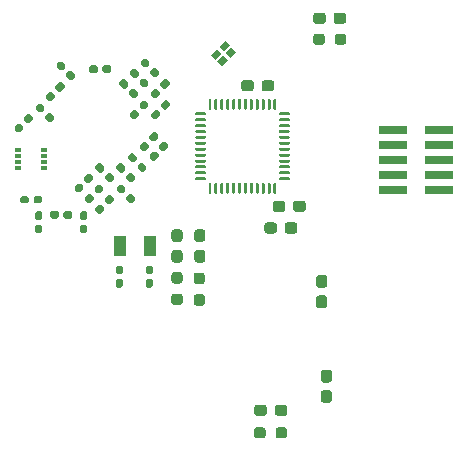
<source format=gbr>
%TF.GenerationSoftware,KiCad,Pcbnew,(5.1.9)-1*%
%TF.CreationDate,2021-11-09T16:48:14-06:00*%
%TF.ProjectId,zigbeeCape,7a696762-6565-4436-9170-652e6b696361,rev?*%
%TF.SameCoordinates,Original*%
%TF.FileFunction,Paste,Top*%
%TF.FilePolarity,Positive*%
%FSLAX46Y46*%
G04 Gerber Fmt 4.6, Leading zero omitted, Abs format (unit mm)*
G04 Created by KiCad (PCBNEW (5.1.9)-1) date 2021-11-09 16:48:14*
%MOMM*%
%LPD*%
G01*
G04 APERTURE LIST*
%ADD10R,2.400000X0.760000*%
%ADD11R,1.000000X1.800000*%
%ADD12C,0.100000*%
%ADD13R,0.600000X0.300000*%
G04 APERTURE END LIST*
D10*
%TO.C,J1*%
X54508400Y30835600D03*
X58408400Y30835600D03*
X54508400Y32105600D03*
X58408400Y32105600D03*
X54508400Y33375600D03*
X58408400Y33375600D03*
X54508400Y34645600D03*
X58408400Y34645600D03*
X54508400Y35915600D03*
X58408400Y35915600D03*
%TD*%
D11*
%TO.C,Y1*%
X33918400Y26060400D03*
X31418400Y26060400D03*
%TD*%
D12*
%TO.C,Y2*%
G36*
X40019514Y41303004D02*
G01*
X39630605Y41691913D01*
X40125580Y42186888D01*
X40514489Y41797979D01*
X40019514Y41303004D01*
G37*
G36*
X40832687Y42893995D02*
G01*
X41221596Y42505086D01*
X40726621Y42010111D01*
X40337712Y42399020D01*
X40832687Y42893995D01*
G37*
G36*
X40295286Y43431396D02*
G01*
X40684195Y43042487D01*
X40189220Y42547512D01*
X39800311Y42936421D01*
X40295286Y43431396D01*
G37*
G36*
X39482113Y41840405D02*
G01*
X39093204Y42229314D01*
X39588179Y42724289D01*
X39977088Y42335380D01*
X39482113Y41840405D01*
G37*
%TD*%
%TO.C,U1*%
G36*
G01*
X38593600Y37125000D02*
X37833600Y37125000D01*
G75*
G02*
X37763600Y37195000I0J70000D01*
G01*
X37763600Y37305000D01*
G75*
G02*
X37833600Y37375000I70000J0D01*
G01*
X38593600Y37375000D01*
G75*
G02*
X38663600Y37305000I0J-70000D01*
G01*
X38663600Y37195000D01*
G75*
G02*
X38593600Y37125000I-70000J0D01*
G01*
G37*
G36*
G01*
X38593600Y36625000D02*
X37833600Y36625000D01*
G75*
G02*
X37763600Y36695000I0J70000D01*
G01*
X37763600Y36805000D01*
G75*
G02*
X37833600Y36875000I70000J0D01*
G01*
X38593600Y36875000D01*
G75*
G02*
X38663600Y36805000I0J-70000D01*
G01*
X38663600Y36695000D01*
G75*
G02*
X38593600Y36625000I-70000J0D01*
G01*
G37*
G36*
G01*
X38593600Y36125000D02*
X37833600Y36125000D01*
G75*
G02*
X37763600Y36195000I0J70000D01*
G01*
X37763600Y36305000D01*
G75*
G02*
X37833600Y36375000I70000J0D01*
G01*
X38593600Y36375000D01*
G75*
G02*
X38663600Y36305000I0J-70000D01*
G01*
X38663600Y36195000D01*
G75*
G02*
X38593600Y36125000I-70000J0D01*
G01*
G37*
G36*
G01*
X38593600Y35625000D02*
X37833600Y35625000D01*
G75*
G02*
X37763600Y35695000I0J70000D01*
G01*
X37763600Y35805000D01*
G75*
G02*
X37833600Y35875000I70000J0D01*
G01*
X38593600Y35875000D01*
G75*
G02*
X38663600Y35805000I0J-70000D01*
G01*
X38663600Y35695000D01*
G75*
G02*
X38593600Y35625000I-70000J0D01*
G01*
G37*
G36*
G01*
X38593600Y35125000D02*
X37833600Y35125000D01*
G75*
G02*
X37763600Y35195000I0J70000D01*
G01*
X37763600Y35305000D01*
G75*
G02*
X37833600Y35375000I70000J0D01*
G01*
X38593600Y35375000D01*
G75*
G02*
X38663600Y35305000I0J-70000D01*
G01*
X38663600Y35195000D01*
G75*
G02*
X38593600Y35125000I-70000J0D01*
G01*
G37*
G36*
G01*
X38593600Y34625000D02*
X37833600Y34625000D01*
G75*
G02*
X37763600Y34695000I0J70000D01*
G01*
X37763600Y34805000D01*
G75*
G02*
X37833600Y34875000I70000J0D01*
G01*
X38593600Y34875000D01*
G75*
G02*
X38663600Y34805000I0J-70000D01*
G01*
X38663600Y34695000D01*
G75*
G02*
X38593600Y34625000I-70000J0D01*
G01*
G37*
G36*
G01*
X38593600Y34125000D02*
X37833600Y34125000D01*
G75*
G02*
X37763600Y34195000I0J70000D01*
G01*
X37763600Y34305000D01*
G75*
G02*
X37833600Y34375000I70000J0D01*
G01*
X38593600Y34375000D01*
G75*
G02*
X38663600Y34305000I0J-70000D01*
G01*
X38663600Y34195000D01*
G75*
G02*
X38593600Y34125000I-70000J0D01*
G01*
G37*
G36*
G01*
X38593600Y33625000D02*
X37833600Y33625000D01*
G75*
G02*
X37763600Y33695000I0J70000D01*
G01*
X37763600Y33805000D01*
G75*
G02*
X37833600Y33875000I70000J0D01*
G01*
X38593600Y33875000D01*
G75*
G02*
X38663600Y33805000I0J-70000D01*
G01*
X38663600Y33695000D01*
G75*
G02*
X38593600Y33625000I-70000J0D01*
G01*
G37*
G36*
G01*
X38593600Y33125000D02*
X37833600Y33125000D01*
G75*
G02*
X37763600Y33195000I0J70000D01*
G01*
X37763600Y33305000D01*
G75*
G02*
X37833600Y33375000I70000J0D01*
G01*
X38593600Y33375000D01*
G75*
G02*
X38663600Y33305000I0J-70000D01*
G01*
X38663600Y33195000D01*
G75*
G02*
X38593600Y33125000I-70000J0D01*
G01*
G37*
G36*
G01*
X38593600Y32625000D02*
X37833600Y32625000D01*
G75*
G02*
X37763600Y32695000I0J70000D01*
G01*
X37763600Y32805000D01*
G75*
G02*
X37833600Y32875000I70000J0D01*
G01*
X38593600Y32875000D01*
G75*
G02*
X38663600Y32805000I0J-70000D01*
G01*
X38663600Y32695000D01*
G75*
G02*
X38593600Y32625000I-70000J0D01*
G01*
G37*
G36*
G01*
X38593600Y32125000D02*
X37833600Y32125000D01*
G75*
G02*
X37763600Y32195000I0J70000D01*
G01*
X37763600Y32305000D01*
G75*
G02*
X37833600Y32375000I70000J0D01*
G01*
X38593600Y32375000D01*
G75*
G02*
X38663600Y32305000I0J-70000D01*
G01*
X38663600Y32195000D01*
G75*
G02*
X38593600Y32125000I-70000J0D01*
G01*
G37*
G36*
G01*
X38593600Y31625000D02*
X37833600Y31625000D01*
G75*
G02*
X37763600Y31695000I0J70000D01*
G01*
X37763600Y31805000D01*
G75*
G02*
X37833600Y31875000I70000J0D01*
G01*
X38593600Y31875000D01*
G75*
G02*
X38663600Y31805000I0J-70000D01*
G01*
X38663600Y31695000D01*
G75*
G02*
X38593600Y31625000I-70000J0D01*
G01*
G37*
G36*
G01*
X38888600Y30570000D02*
X38888600Y31330000D01*
G75*
G02*
X38958600Y31400000I70000J0D01*
G01*
X39068600Y31400000D01*
G75*
G02*
X39138600Y31330000I0J-70000D01*
G01*
X39138600Y30570000D01*
G75*
G02*
X39068600Y30500000I-70000J0D01*
G01*
X38958600Y30500000D01*
G75*
G02*
X38888600Y30570000I0J70000D01*
G01*
G37*
G36*
G01*
X39388600Y30570000D02*
X39388600Y31330000D01*
G75*
G02*
X39458600Y31400000I70000J0D01*
G01*
X39568600Y31400000D01*
G75*
G02*
X39638600Y31330000I0J-70000D01*
G01*
X39638600Y30570000D01*
G75*
G02*
X39568600Y30500000I-70000J0D01*
G01*
X39458600Y30500000D01*
G75*
G02*
X39388600Y30570000I0J70000D01*
G01*
G37*
G36*
G01*
X39888600Y30570000D02*
X39888600Y31330000D01*
G75*
G02*
X39958600Y31400000I70000J0D01*
G01*
X40068600Y31400000D01*
G75*
G02*
X40138600Y31330000I0J-70000D01*
G01*
X40138600Y30570000D01*
G75*
G02*
X40068600Y30500000I-70000J0D01*
G01*
X39958600Y30500000D01*
G75*
G02*
X39888600Y30570000I0J70000D01*
G01*
G37*
G36*
G01*
X40388600Y30570000D02*
X40388600Y31330000D01*
G75*
G02*
X40458600Y31400000I70000J0D01*
G01*
X40568600Y31400000D01*
G75*
G02*
X40638600Y31330000I0J-70000D01*
G01*
X40638600Y30570000D01*
G75*
G02*
X40568600Y30500000I-70000J0D01*
G01*
X40458600Y30500000D01*
G75*
G02*
X40388600Y30570000I0J70000D01*
G01*
G37*
G36*
G01*
X40888600Y30570000D02*
X40888600Y31330000D01*
G75*
G02*
X40958600Y31400000I70000J0D01*
G01*
X41068600Y31400000D01*
G75*
G02*
X41138600Y31330000I0J-70000D01*
G01*
X41138600Y30570000D01*
G75*
G02*
X41068600Y30500000I-70000J0D01*
G01*
X40958600Y30500000D01*
G75*
G02*
X40888600Y30570000I0J70000D01*
G01*
G37*
G36*
G01*
X41388600Y30570000D02*
X41388600Y31330000D01*
G75*
G02*
X41458600Y31400000I70000J0D01*
G01*
X41568600Y31400000D01*
G75*
G02*
X41638600Y31330000I0J-70000D01*
G01*
X41638600Y30570000D01*
G75*
G02*
X41568600Y30500000I-70000J0D01*
G01*
X41458600Y30500000D01*
G75*
G02*
X41388600Y30570000I0J70000D01*
G01*
G37*
G36*
G01*
X41888600Y30570000D02*
X41888600Y31330000D01*
G75*
G02*
X41958600Y31400000I70000J0D01*
G01*
X42068600Y31400000D01*
G75*
G02*
X42138600Y31330000I0J-70000D01*
G01*
X42138600Y30570000D01*
G75*
G02*
X42068600Y30500000I-70000J0D01*
G01*
X41958600Y30500000D01*
G75*
G02*
X41888600Y30570000I0J70000D01*
G01*
G37*
G36*
G01*
X42388600Y30570000D02*
X42388600Y31330000D01*
G75*
G02*
X42458600Y31400000I70000J0D01*
G01*
X42568600Y31400000D01*
G75*
G02*
X42638600Y31330000I0J-70000D01*
G01*
X42638600Y30570000D01*
G75*
G02*
X42568600Y30500000I-70000J0D01*
G01*
X42458600Y30500000D01*
G75*
G02*
X42388600Y30570000I0J70000D01*
G01*
G37*
G36*
G01*
X42888600Y30570000D02*
X42888600Y31330000D01*
G75*
G02*
X42958600Y31400000I70000J0D01*
G01*
X43068600Y31400000D01*
G75*
G02*
X43138600Y31330000I0J-70000D01*
G01*
X43138600Y30570000D01*
G75*
G02*
X43068600Y30500000I-70000J0D01*
G01*
X42958600Y30500000D01*
G75*
G02*
X42888600Y30570000I0J70000D01*
G01*
G37*
G36*
G01*
X43388600Y30570000D02*
X43388600Y31330000D01*
G75*
G02*
X43458600Y31400000I70000J0D01*
G01*
X43568600Y31400000D01*
G75*
G02*
X43638600Y31330000I0J-70000D01*
G01*
X43638600Y30570000D01*
G75*
G02*
X43568600Y30500000I-70000J0D01*
G01*
X43458600Y30500000D01*
G75*
G02*
X43388600Y30570000I0J70000D01*
G01*
G37*
G36*
G01*
X43888600Y30570000D02*
X43888600Y31330000D01*
G75*
G02*
X43958600Y31400000I70000J0D01*
G01*
X44068600Y31400000D01*
G75*
G02*
X44138600Y31330000I0J-70000D01*
G01*
X44138600Y30570000D01*
G75*
G02*
X44068600Y30500000I-70000J0D01*
G01*
X43958600Y30500000D01*
G75*
G02*
X43888600Y30570000I0J70000D01*
G01*
G37*
G36*
G01*
X44388600Y30570000D02*
X44388600Y31330000D01*
G75*
G02*
X44458600Y31400000I70000J0D01*
G01*
X44568600Y31400000D01*
G75*
G02*
X44638600Y31330000I0J-70000D01*
G01*
X44638600Y30570000D01*
G75*
G02*
X44568600Y30500000I-70000J0D01*
G01*
X44458600Y30500000D01*
G75*
G02*
X44388600Y30570000I0J70000D01*
G01*
G37*
G36*
G01*
X45693600Y31625000D02*
X44933600Y31625000D01*
G75*
G02*
X44863600Y31695000I0J70000D01*
G01*
X44863600Y31805000D01*
G75*
G02*
X44933600Y31875000I70000J0D01*
G01*
X45693600Y31875000D01*
G75*
G02*
X45763600Y31805000I0J-70000D01*
G01*
X45763600Y31695000D01*
G75*
G02*
X45693600Y31625000I-70000J0D01*
G01*
G37*
G36*
G01*
X45693600Y32125000D02*
X44933600Y32125000D01*
G75*
G02*
X44863600Y32195000I0J70000D01*
G01*
X44863600Y32305000D01*
G75*
G02*
X44933600Y32375000I70000J0D01*
G01*
X45693600Y32375000D01*
G75*
G02*
X45763600Y32305000I0J-70000D01*
G01*
X45763600Y32195000D01*
G75*
G02*
X45693600Y32125000I-70000J0D01*
G01*
G37*
G36*
G01*
X45693600Y32625000D02*
X44933600Y32625000D01*
G75*
G02*
X44863600Y32695000I0J70000D01*
G01*
X44863600Y32805000D01*
G75*
G02*
X44933600Y32875000I70000J0D01*
G01*
X45693600Y32875000D01*
G75*
G02*
X45763600Y32805000I0J-70000D01*
G01*
X45763600Y32695000D01*
G75*
G02*
X45693600Y32625000I-70000J0D01*
G01*
G37*
G36*
G01*
X45693600Y33125000D02*
X44933600Y33125000D01*
G75*
G02*
X44863600Y33195000I0J70000D01*
G01*
X44863600Y33305000D01*
G75*
G02*
X44933600Y33375000I70000J0D01*
G01*
X45693600Y33375000D01*
G75*
G02*
X45763600Y33305000I0J-70000D01*
G01*
X45763600Y33195000D01*
G75*
G02*
X45693600Y33125000I-70000J0D01*
G01*
G37*
G36*
G01*
X45693600Y33625000D02*
X44933600Y33625000D01*
G75*
G02*
X44863600Y33695000I0J70000D01*
G01*
X44863600Y33805000D01*
G75*
G02*
X44933600Y33875000I70000J0D01*
G01*
X45693600Y33875000D01*
G75*
G02*
X45763600Y33805000I0J-70000D01*
G01*
X45763600Y33695000D01*
G75*
G02*
X45693600Y33625000I-70000J0D01*
G01*
G37*
G36*
G01*
X45693600Y34125000D02*
X44933600Y34125000D01*
G75*
G02*
X44863600Y34195000I0J70000D01*
G01*
X44863600Y34305000D01*
G75*
G02*
X44933600Y34375000I70000J0D01*
G01*
X45693600Y34375000D01*
G75*
G02*
X45763600Y34305000I0J-70000D01*
G01*
X45763600Y34195000D01*
G75*
G02*
X45693600Y34125000I-70000J0D01*
G01*
G37*
G36*
G01*
X45693600Y34625000D02*
X44933600Y34625000D01*
G75*
G02*
X44863600Y34695000I0J70000D01*
G01*
X44863600Y34805000D01*
G75*
G02*
X44933600Y34875000I70000J0D01*
G01*
X45693600Y34875000D01*
G75*
G02*
X45763600Y34805000I0J-70000D01*
G01*
X45763600Y34695000D01*
G75*
G02*
X45693600Y34625000I-70000J0D01*
G01*
G37*
G36*
G01*
X45693600Y35125000D02*
X44933600Y35125000D01*
G75*
G02*
X44863600Y35195000I0J70000D01*
G01*
X44863600Y35305000D01*
G75*
G02*
X44933600Y35375000I70000J0D01*
G01*
X45693600Y35375000D01*
G75*
G02*
X45763600Y35305000I0J-70000D01*
G01*
X45763600Y35195000D01*
G75*
G02*
X45693600Y35125000I-70000J0D01*
G01*
G37*
G36*
G01*
X45693600Y35625000D02*
X44933600Y35625000D01*
G75*
G02*
X44863600Y35695000I0J70000D01*
G01*
X44863600Y35805000D01*
G75*
G02*
X44933600Y35875000I70000J0D01*
G01*
X45693600Y35875000D01*
G75*
G02*
X45763600Y35805000I0J-70000D01*
G01*
X45763600Y35695000D01*
G75*
G02*
X45693600Y35625000I-70000J0D01*
G01*
G37*
G36*
G01*
X45693600Y36125000D02*
X44933600Y36125000D01*
G75*
G02*
X44863600Y36195000I0J70000D01*
G01*
X44863600Y36305000D01*
G75*
G02*
X44933600Y36375000I70000J0D01*
G01*
X45693600Y36375000D01*
G75*
G02*
X45763600Y36305000I0J-70000D01*
G01*
X45763600Y36195000D01*
G75*
G02*
X45693600Y36125000I-70000J0D01*
G01*
G37*
G36*
G01*
X45693600Y36625000D02*
X44933600Y36625000D01*
G75*
G02*
X44863600Y36695000I0J70000D01*
G01*
X44863600Y36805000D01*
G75*
G02*
X44933600Y36875000I70000J0D01*
G01*
X45693600Y36875000D01*
G75*
G02*
X45763600Y36805000I0J-70000D01*
G01*
X45763600Y36695000D01*
G75*
G02*
X45693600Y36625000I-70000J0D01*
G01*
G37*
G36*
G01*
X45693600Y37125000D02*
X44933600Y37125000D01*
G75*
G02*
X44863600Y37195000I0J70000D01*
G01*
X44863600Y37305000D01*
G75*
G02*
X44933600Y37375000I70000J0D01*
G01*
X45693600Y37375000D01*
G75*
G02*
X45763600Y37305000I0J-70000D01*
G01*
X45763600Y37195000D01*
G75*
G02*
X45693600Y37125000I-70000J0D01*
G01*
G37*
G36*
G01*
X44388600Y37670000D02*
X44388600Y38430000D01*
G75*
G02*
X44458600Y38500000I70000J0D01*
G01*
X44568600Y38500000D01*
G75*
G02*
X44638600Y38430000I0J-70000D01*
G01*
X44638600Y37670000D01*
G75*
G02*
X44568600Y37600000I-70000J0D01*
G01*
X44458600Y37600000D01*
G75*
G02*
X44388600Y37670000I0J70000D01*
G01*
G37*
G36*
G01*
X43888600Y37670000D02*
X43888600Y38430000D01*
G75*
G02*
X43958600Y38500000I70000J0D01*
G01*
X44068600Y38500000D01*
G75*
G02*
X44138600Y38430000I0J-70000D01*
G01*
X44138600Y37670000D01*
G75*
G02*
X44068600Y37600000I-70000J0D01*
G01*
X43958600Y37600000D01*
G75*
G02*
X43888600Y37670000I0J70000D01*
G01*
G37*
G36*
G01*
X43388600Y37670000D02*
X43388600Y38430000D01*
G75*
G02*
X43458600Y38500000I70000J0D01*
G01*
X43568600Y38500000D01*
G75*
G02*
X43638600Y38430000I0J-70000D01*
G01*
X43638600Y37670000D01*
G75*
G02*
X43568600Y37600000I-70000J0D01*
G01*
X43458600Y37600000D01*
G75*
G02*
X43388600Y37670000I0J70000D01*
G01*
G37*
G36*
G01*
X42888600Y37670000D02*
X42888600Y38430000D01*
G75*
G02*
X42958600Y38500000I70000J0D01*
G01*
X43068600Y38500000D01*
G75*
G02*
X43138600Y38430000I0J-70000D01*
G01*
X43138600Y37670000D01*
G75*
G02*
X43068600Y37600000I-70000J0D01*
G01*
X42958600Y37600000D01*
G75*
G02*
X42888600Y37670000I0J70000D01*
G01*
G37*
G36*
G01*
X42388600Y37670000D02*
X42388600Y38430000D01*
G75*
G02*
X42458600Y38500000I70000J0D01*
G01*
X42568600Y38500000D01*
G75*
G02*
X42638600Y38430000I0J-70000D01*
G01*
X42638600Y37670000D01*
G75*
G02*
X42568600Y37600000I-70000J0D01*
G01*
X42458600Y37600000D01*
G75*
G02*
X42388600Y37670000I0J70000D01*
G01*
G37*
G36*
G01*
X41888600Y37670000D02*
X41888600Y38430000D01*
G75*
G02*
X41958600Y38500000I70000J0D01*
G01*
X42068600Y38500000D01*
G75*
G02*
X42138600Y38430000I0J-70000D01*
G01*
X42138600Y37670000D01*
G75*
G02*
X42068600Y37600000I-70000J0D01*
G01*
X41958600Y37600000D01*
G75*
G02*
X41888600Y37670000I0J70000D01*
G01*
G37*
G36*
G01*
X41388600Y37670000D02*
X41388600Y38430000D01*
G75*
G02*
X41458600Y38500000I70000J0D01*
G01*
X41568600Y38500000D01*
G75*
G02*
X41638600Y38430000I0J-70000D01*
G01*
X41638600Y37670000D01*
G75*
G02*
X41568600Y37600000I-70000J0D01*
G01*
X41458600Y37600000D01*
G75*
G02*
X41388600Y37670000I0J70000D01*
G01*
G37*
G36*
G01*
X40888600Y37670000D02*
X40888600Y38430000D01*
G75*
G02*
X40958600Y38500000I70000J0D01*
G01*
X41068600Y38500000D01*
G75*
G02*
X41138600Y38430000I0J-70000D01*
G01*
X41138600Y37670000D01*
G75*
G02*
X41068600Y37600000I-70000J0D01*
G01*
X40958600Y37600000D01*
G75*
G02*
X40888600Y37670000I0J70000D01*
G01*
G37*
G36*
G01*
X40388600Y37670000D02*
X40388600Y38430000D01*
G75*
G02*
X40458600Y38500000I70000J0D01*
G01*
X40568600Y38500000D01*
G75*
G02*
X40638600Y38430000I0J-70000D01*
G01*
X40638600Y37670000D01*
G75*
G02*
X40568600Y37600000I-70000J0D01*
G01*
X40458600Y37600000D01*
G75*
G02*
X40388600Y37670000I0J70000D01*
G01*
G37*
G36*
G01*
X39888600Y37670000D02*
X39888600Y38430000D01*
G75*
G02*
X39958600Y38500000I70000J0D01*
G01*
X40068600Y38500000D01*
G75*
G02*
X40138600Y38430000I0J-70000D01*
G01*
X40138600Y37670000D01*
G75*
G02*
X40068600Y37600000I-70000J0D01*
G01*
X39958600Y37600000D01*
G75*
G02*
X39888600Y37670000I0J70000D01*
G01*
G37*
G36*
G01*
X39388600Y37670000D02*
X39388600Y38430000D01*
G75*
G02*
X39458600Y38500000I70000J0D01*
G01*
X39568600Y38500000D01*
G75*
G02*
X39638600Y38430000I0J-70000D01*
G01*
X39638600Y37670000D01*
G75*
G02*
X39568600Y37600000I-70000J0D01*
G01*
X39458600Y37600000D01*
G75*
G02*
X39388600Y37670000I0J70000D01*
G01*
G37*
G36*
G01*
X38888600Y37670000D02*
X38888600Y38430000D01*
G75*
G02*
X38958600Y38500000I70000J0D01*
G01*
X39068600Y38500000D01*
G75*
G02*
X39138600Y38430000I0J-70000D01*
G01*
X39138600Y37670000D01*
G75*
G02*
X39068600Y37600000I-70000J0D01*
G01*
X38958600Y37600000D01*
G75*
G02*
X38888600Y37670000I0J70000D01*
G01*
G37*
%TD*%
%TO.C,C2*%
G36*
G01*
X48225700Y21874600D02*
X48700700Y21874600D01*
G75*
G02*
X48938200Y21637100I0J-237500D01*
G01*
X48938200Y21037100D01*
G75*
G02*
X48700700Y20799600I-237500J0D01*
G01*
X48225700Y20799600D01*
G75*
G02*
X47988200Y21037100I0J237500D01*
G01*
X47988200Y21637100D01*
G75*
G02*
X48225700Y21874600I237500J0D01*
G01*
G37*
G36*
G01*
X48225700Y23599600D02*
X48700700Y23599600D01*
G75*
G02*
X48938200Y23362100I0J-237500D01*
G01*
X48938200Y22762100D01*
G75*
G02*
X48700700Y22524600I-237500J0D01*
G01*
X48225700Y22524600D01*
G75*
G02*
X47988200Y22762100I0J237500D01*
G01*
X47988200Y23362100D01*
G75*
G02*
X48225700Y23599600I237500J0D01*
G01*
G37*
%TD*%
D13*
%TO.C,U2*%
X24976000Y32651000D03*
X24976000Y33151000D03*
X24976000Y33651000D03*
X24976000Y34151000D03*
X22776000Y34151000D03*
X22776000Y33651000D03*
X22776000Y33151000D03*
X22776000Y32651000D03*
%TD*%
%TO.C,C14*%
G36*
G01*
X33728600Y23269600D02*
X34038600Y23269600D01*
G75*
G02*
X34193600Y23114600I0J-155000D01*
G01*
X34193600Y22689600D01*
G75*
G02*
X34038600Y22534600I-155000J0D01*
G01*
X33728600Y22534600D01*
G75*
G02*
X33573600Y22689600I0J155000D01*
G01*
X33573600Y23114600D01*
G75*
G02*
X33728600Y23269600I155000J0D01*
G01*
G37*
G36*
G01*
X33728600Y24404600D02*
X34038600Y24404600D01*
G75*
G02*
X34193600Y24249600I0J-155000D01*
G01*
X34193600Y23824600D01*
G75*
G02*
X34038600Y23669600I-155000J0D01*
G01*
X33728600Y23669600D01*
G75*
G02*
X33573600Y23824600I0J155000D01*
G01*
X33573600Y24249600D01*
G75*
G02*
X33728600Y24404600I155000J0D01*
G01*
G37*
%TD*%
%TO.C,C12*%
G36*
G01*
X31188600Y23269600D02*
X31498600Y23269600D01*
G75*
G02*
X31653600Y23114600I0J-155000D01*
G01*
X31653600Y22689600D01*
G75*
G02*
X31498600Y22534600I-155000J0D01*
G01*
X31188600Y22534600D01*
G75*
G02*
X31033600Y22689600I0J155000D01*
G01*
X31033600Y23114600D01*
G75*
G02*
X31188600Y23269600I155000J0D01*
G01*
G37*
G36*
G01*
X31188600Y24404600D02*
X31498600Y24404600D01*
G75*
G02*
X31653600Y24249600I0J-155000D01*
G01*
X31653600Y23824600D01*
G75*
G02*
X31498600Y23669600I-155000J0D01*
G01*
X31188600Y23669600D01*
G75*
G02*
X31033600Y23824600I0J155000D01*
G01*
X31033600Y24249600D01*
G75*
G02*
X31188600Y24404600I155000J0D01*
G01*
G37*
%TD*%
%TO.C,C5*%
G36*
G01*
X41653000Y39386500D02*
X41653000Y39861500D01*
G75*
G02*
X41890500Y40099000I237500J0D01*
G01*
X42490500Y40099000D01*
G75*
G02*
X42728000Y39861500I0J-237500D01*
G01*
X42728000Y39386500D01*
G75*
G02*
X42490500Y39149000I-237500J0D01*
G01*
X41890500Y39149000D01*
G75*
G02*
X41653000Y39386500I0J237500D01*
G01*
G37*
G36*
G01*
X43378000Y39386500D02*
X43378000Y39861500D01*
G75*
G02*
X43615500Y40099000I237500J0D01*
G01*
X44215500Y40099000D01*
G75*
G02*
X44453000Y39861500I0J-237500D01*
G01*
X44453000Y39386500D01*
G75*
G02*
X44215500Y39149000I-237500J0D01*
G01*
X43615500Y39149000D01*
G75*
G02*
X43378000Y39386500I0J237500D01*
G01*
G37*
%TD*%
%TO.C,L12*%
G36*
G01*
X26226000Y28862000D02*
X26226000Y28542000D01*
G75*
G02*
X26066000Y28382000I-160000J0D01*
G01*
X25621000Y28382000D01*
G75*
G02*
X25461000Y28542000I0J160000D01*
G01*
X25461000Y28862000D01*
G75*
G02*
X25621000Y29022000I160000J0D01*
G01*
X26066000Y29022000D01*
G75*
G02*
X26226000Y28862000I0J-160000D01*
G01*
G37*
G36*
G01*
X27371000Y28862000D02*
X27371000Y28542000D01*
G75*
G02*
X27211000Y28382000I-160000J0D01*
G01*
X26766000Y28382000D01*
G75*
G02*
X26606000Y28542000I0J160000D01*
G01*
X26606000Y28862000D01*
G75*
G02*
X26766000Y29022000I160000J0D01*
G01*
X27211000Y29022000D01*
G75*
G02*
X27371000Y28862000I0J-160000D01*
G01*
G37*
%TD*%
%TO.C,L11*%
G36*
G01*
X29851512Y29569786D02*
X30077786Y29343512D01*
G75*
G02*
X30077786Y29117238I-113137J-113137D01*
G01*
X29763124Y28802576D01*
G75*
G02*
X29536850Y28802576I-113137J113137D01*
G01*
X29310576Y29028850D01*
G75*
G02*
X29310576Y29255124I113137J113137D01*
G01*
X29625238Y29569786D01*
G75*
G02*
X29851512Y29569786I113137J-113137D01*
G01*
G37*
G36*
G01*
X30661150Y30379424D02*
X30887424Y30153150D01*
G75*
G02*
X30887424Y29926876I-113137J-113137D01*
G01*
X30572762Y29612214D01*
G75*
G02*
X30346488Y29612214I-113137J113137D01*
G01*
X30120214Y29838488D01*
G75*
G02*
X30120214Y30064762I113137J113137D01*
G01*
X30434876Y30379424D01*
G75*
G02*
X30661150Y30379424I113137J-113137D01*
G01*
G37*
%TD*%
%TO.C,L9*%
G36*
G01*
X30120214Y32010512D02*
X30346488Y32236786D01*
G75*
G02*
X30572762Y32236786I113137J-113137D01*
G01*
X30887424Y31922124D01*
G75*
G02*
X30887424Y31695850I-113137J-113137D01*
G01*
X30661150Y31469576D01*
G75*
G02*
X30434876Y31469576I-113137J113137D01*
G01*
X30120214Y31784238D01*
G75*
G02*
X30120214Y32010512I113137J113137D01*
G01*
G37*
G36*
G01*
X29310576Y32820150D02*
X29536850Y33046424D01*
G75*
G02*
X29763124Y33046424I113137J-113137D01*
G01*
X30077786Y32731762D01*
G75*
G02*
X30077786Y32505488I-113137J-113137D01*
G01*
X29851512Y32279214D01*
G75*
G02*
X29625238Y32279214I-113137J113137D01*
G01*
X29310576Y32593876D01*
G75*
G02*
X29310576Y32820150I113137J113137D01*
G01*
G37*
%TD*%
%TO.C,L8*%
G36*
G01*
X31898214Y32010512D02*
X32124488Y32236786D01*
G75*
G02*
X32350762Y32236786I113137J-113137D01*
G01*
X32665424Y31922124D01*
G75*
G02*
X32665424Y31695850I-113137J-113137D01*
G01*
X32439150Y31469576D01*
G75*
G02*
X32212876Y31469576I-113137J113137D01*
G01*
X31898214Y31784238D01*
G75*
G02*
X31898214Y32010512I113137J113137D01*
G01*
G37*
G36*
G01*
X31088576Y32820150D02*
X31314850Y33046424D01*
G75*
G02*
X31541124Y33046424I113137J-113137D01*
G01*
X31855786Y32731762D01*
G75*
G02*
X31855786Y32505488I-113137J-113137D01*
G01*
X31629512Y32279214D01*
G75*
G02*
X31403238Y32279214I-113137J113137D01*
G01*
X31088576Y32593876D01*
G75*
G02*
X31088576Y32820150I113137J113137D01*
G01*
G37*
%TD*%
%TO.C,L6*%
G36*
G01*
X34452512Y34058786D02*
X34678786Y33832512D01*
G75*
G02*
X34678786Y33606238I-113137J-113137D01*
G01*
X34364124Y33291576D01*
G75*
G02*
X34137850Y33291576I-113137J113137D01*
G01*
X33911576Y33517850D01*
G75*
G02*
X33911576Y33744124I113137J113137D01*
G01*
X34226238Y34058786D01*
G75*
G02*
X34452512Y34058786I113137J-113137D01*
G01*
G37*
G36*
G01*
X35262150Y34868424D02*
X35488424Y34642150D01*
G75*
G02*
X35488424Y34415876I-113137J-113137D01*
G01*
X35173762Y34101214D01*
G75*
G02*
X34947488Y34101214I-113137J113137D01*
G01*
X34721214Y34327488D01*
G75*
G02*
X34721214Y34553762I113137J113137D01*
G01*
X35035876Y34868424D01*
G75*
G02*
X35262150Y34868424I113137J-113137D01*
G01*
G37*
%TD*%
%TO.C,L5*%
G36*
G01*
X33612512Y34868786D02*
X33838786Y34642512D01*
G75*
G02*
X33838786Y34416238I-113137J-113137D01*
G01*
X33524124Y34101576D01*
G75*
G02*
X33297850Y34101576I-113137J113137D01*
G01*
X33071576Y34327850D01*
G75*
G02*
X33071576Y34554124I113137J113137D01*
G01*
X33386238Y34868786D01*
G75*
G02*
X33612512Y34868786I113137J-113137D01*
G01*
G37*
G36*
G01*
X34422150Y35678424D02*
X34648424Y35452150D01*
G75*
G02*
X34648424Y35225876I-113137J-113137D01*
G01*
X34333762Y34911214D01*
G75*
G02*
X34107488Y34911214I-113137J113137D01*
G01*
X33881214Y35137488D01*
G75*
G02*
X33881214Y35363762I113137J113137D01*
G01*
X34195876Y35678424D01*
G75*
G02*
X34422150Y35678424I113137J-113137D01*
G01*
G37*
%TD*%
%TO.C,L2*%
G36*
G01*
X34592512Y37570786D02*
X34818786Y37344512D01*
G75*
G02*
X34818786Y37118238I-113137J-113137D01*
G01*
X34504124Y36803576D01*
G75*
G02*
X34277850Y36803576I-113137J113137D01*
G01*
X34051576Y37029850D01*
G75*
G02*
X34051576Y37256124I113137J113137D01*
G01*
X34366238Y37570786D01*
G75*
G02*
X34592512Y37570786I113137J-113137D01*
G01*
G37*
G36*
G01*
X35402150Y38380424D02*
X35628424Y38154150D01*
G75*
G02*
X35628424Y37927876I-113137J-113137D01*
G01*
X35313762Y37613214D01*
G75*
G02*
X35087488Y37613214I-113137J113137D01*
G01*
X34861214Y37839488D01*
G75*
G02*
X34861214Y38065762I113137J113137D01*
G01*
X35175876Y38380424D01*
G75*
G02*
X35402150Y38380424I113137J-113137D01*
G01*
G37*
%TD*%
%TO.C,C29*%
G36*
G01*
X23676000Y30127000D02*
X23676000Y29817000D01*
G75*
G02*
X23521000Y29662000I-155000J0D01*
G01*
X23096000Y29662000D01*
G75*
G02*
X22941000Y29817000I0J155000D01*
G01*
X22941000Y30127000D01*
G75*
G02*
X23096000Y30282000I155000J0D01*
G01*
X23521000Y30282000D01*
G75*
G02*
X23676000Y30127000I0J-155000D01*
G01*
G37*
G36*
G01*
X24811000Y30127000D02*
X24811000Y29817000D01*
G75*
G02*
X24656000Y29662000I-155000J0D01*
G01*
X24231000Y29662000D01*
G75*
G02*
X24076000Y29817000I0J155000D01*
G01*
X24076000Y30127000D01*
G75*
G02*
X24231000Y30282000I155000J0D01*
G01*
X24656000Y30282000D01*
G75*
G02*
X24811000Y30127000I0J-155000D01*
G01*
G37*
%TD*%
%TO.C,C28*%
G36*
G01*
X24356000Y27867000D02*
X24666000Y27867000D01*
G75*
G02*
X24821000Y27712000I0J-155000D01*
G01*
X24821000Y27287000D01*
G75*
G02*
X24666000Y27132000I-155000J0D01*
G01*
X24356000Y27132000D01*
G75*
G02*
X24201000Y27287000I0J155000D01*
G01*
X24201000Y27712000D01*
G75*
G02*
X24356000Y27867000I155000J0D01*
G01*
G37*
G36*
G01*
X24356000Y29002000D02*
X24666000Y29002000D01*
G75*
G02*
X24821000Y28847000I0J-155000D01*
G01*
X24821000Y28422000D01*
G75*
G02*
X24666000Y28267000I-155000J0D01*
G01*
X24356000Y28267000D01*
G75*
G02*
X24201000Y28422000I0J155000D01*
G01*
X24201000Y28847000D01*
G75*
G02*
X24356000Y29002000I155000J0D01*
G01*
G37*
%TD*%
%TO.C,C27*%
G36*
G01*
X28166000Y27867000D02*
X28476000Y27867000D01*
G75*
G02*
X28631000Y27712000I0J-155000D01*
G01*
X28631000Y27287000D01*
G75*
G02*
X28476000Y27132000I-155000J0D01*
G01*
X28166000Y27132000D01*
G75*
G02*
X28011000Y27287000I0J155000D01*
G01*
X28011000Y27712000D01*
G75*
G02*
X28166000Y27867000I155000J0D01*
G01*
G37*
G36*
G01*
X28166000Y29002000D02*
X28476000Y29002000D01*
G75*
G02*
X28631000Y28847000I0J-155000D01*
G01*
X28631000Y28422000D01*
G75*
G02*
X28476000Y28267000I-155000J0D01*
G01*
X28166000Y28267000D01*
G75*
G02*
X28011000Y28422000I0J155000D01*
G01*
X28011000Y28847000D01*
G75*
G02*
X28166000Y29002000I155000J0D01*
G01*
G37*
%TD*%
%TO.C,C26*%
G36*
G01*
X22989978Y36417181D02*
X23209181Y36197978D01*
G75*
G02*
X23209181Y35978774I-109602J-109602D01*
G01*
X22908660Y35678253D01*
G75*
G02*
X22689456Y35678253I-109602J109602D01*
G01*
X22470253Y35897456D01*
G75*
G02*
X22470253Y36116660I109602J109602D01*
G01*
X22770774Y36417181D01*
G75*
G02*
X22989978Y36417181I109602J-109602D01*
G01*
G37*
G36*
G01*
X23792544Y37219747D02*
X24011747Y37000544D01*
G75*
G02*
X24011747Y36781340I-109602J-109602D01*
G01*
X23711226Y36480819D01*
G75*
G02*
X23492022Y36480819I-109602J109602D01*
G01*
X23272819Y36700022D01*
G75*
G02*
X23272819Y36919226I109602J109602D01*
G01*
X23573340Y37219747D01*
G75*
G02*
X23792544Y37219747I109602J-109602D01*
G01*
G37*
%TD*%
%TO.C,C25*%
G36*
G01*
X25050819Y37086978D02*
X25270022Y37306181D01*
G75*
G02*
X25489226Y37306181I109602J-109602D01*
G01*
X25789747Y37005660D01*
G75*
G02*
X25789747Y36786456I-109602J-109602D01*
G01*
X25570544Y36567253D01*
G75*
G02*
X25351340Y36567253I-109602J109602D01*
G01*
X25050819Y36867774D01*
G75*
G02*
X25050819Y37086978I109602J109602D01*
G01*
G37*
G36*
G01*
X24248253Y37889544D02*
X24467456Y38108747D01*
G75*
G02*
X24686660Y38108747I109602J-109602D01*
G01*
X24987181Y37808226D01*
G75*
G02*
X24987181Y37589022I-109602J-109602D01*
G01*
X24767978Y37369819D01*
G75*
G02*
X24548774Y37369819I-109602J109602D01*
G01*
X24248253Y37670340D01*
G75*
G02*
X24248253Y37889544I109602J109602D01*
G01*
G37*
%TD*%
%TO.C,C24*%
G36*
G01*
X28958978Y30448181D02*
X29178181Y30228978D01*
G75*
G02*
X29178181Y30009774I-109602J-109602D01*
G01*
X28877660Y29709253D01*
G75*
G02*
X28658456Y29709253I-109602J109602D01*
G01*
X28439253Y29928456D01*
G75*
G02*
X28439253Y30147660I109602J109602D01*
G01*
X28739774Y30448181D01*
G75*
G02*
X28958978Y30448181I109602J-109602D01*
G01*
G37*
G36*
G01*
X29761544Y31250747D02*
X29980747Y31031544D01*
G75*
G02*
X29980747Y30812340I-109602J-109602D01*
G01*
X29680226Y30511819D01*
G75*
G02*
X29461022Y30511819I-109602J109602D01*
G01*
X29241819Y30731022D01*
G75*
G02*
X29241819Y30950226I109602J109602D01*
G01*
X29542340Y31250747D01*
G75*
G02*
X29761544Y31250747I109602J-109602D01*
G01*
G37*
%TD*%
%TO.C,C23*%
G36*
G01*
X31908819Y30228978D02*
X32128022Y30448181D01*
G75*
G02*
X32347226Y30448181I109602J-109602D01*
G01*
X32647747Y30147660D01*
G75*
G02*
X32647747Y29928456I-109602J-109602D01*
G01*
X32428544Y29709253D01*
G75*
G02*
X32209340Y29709253I-109602J109602D01*
G01*
X31908819Y30009774D01*
G75*
G02*
X31908819Y30228978I109602J109602D01*
G01*
G37*
G36*
G01*
X31106253Y31031544D02*
X31325456Y31250747D01*
G75*
G02*
X31544660Y31250747I109602J-109602D01*
G01*
X31845181Y30950226D01*
G75*
G02*
X31845181Y30731022I-109602J-109602D01*
G01*
X31625978Y30511819D01*
G75*
G02*
X31406774Y30511819I-109602J109602D01*
G01*
X31106253Y30812340D01*
G75*
G02*
X31106253Y31031544I109602J109602D01*
G01*
G37*
%TD*%
%TO.C,C22*%
G36*
G01*
X28572022Y31400819D02*
X28352819Y31620022D01*
G75*
G02*
X28352819Y31839226I109602J109602D01*
G01*
X28653340Y32139747D01*
G75*
G02*
X28872544Y32139747I109602J-109602D01*
G01*
X29091747Y31920544D01*
G75*
G02*
X29091747Y31701340I-109602J-109602D01*
G01*
X28791226Y31400819D01*
G75*
G02*
X28572022Y31400819I-109602J109602D01*
G01*
G37*
G36*
G01*
X27769456Y30598253D02*
X27550253Y30817456D01*
G75*
G02*
X27550253Y31036660I109602J109602D01*
G01*
X27850774Y31337181D01*
G75*
G02*
X28069978Y31337181I109602J-109602D01*
G01*
X28289181Y31117978D01*
G75*
G02*
X28289181Y30898774I-109602J-109602D01*
G01*
X27988660Y30598253D01*
G75*
G02*
X27769456Y30598253I-109602J109602D01*
G01*
G37*
%TD*%
%TO.C,C21*%
G36*
G01*
X26765181Y41145022D02*
X26545978Y40925819D01*
G75*
G02*
X26326774Y40925819I-109602J109602D01*
G01*
X26026253Y41226340D01*
G75*
G02*
X26026253Y41445544I109602J109602D01*
G01*
X26245456Y41664747D01*
G75*
G02*
X26464660Y41664747I109602J-109602D01*
G01*
X26765181Y41364226D01*
G75*
G02*
X26765181Y41145022I-109602J-109602D01*
G01*
G37*
G36*
G01*
X27567747Y40342456D02*
X27348544Y40123253D01*
G75*
G02*
X27129340Y40123253I-109602J109602D01*
G01*
X26828819Y40423774D01*
G75*
G02*
X26828819Y40642978I109602J109602D01*
G01*
X27048022Y40862181D01*
G75*
G02*
X27267226Y40862181I109602J-109602D01*
G01*
X27567747Y40561660D01*
G75*
G02*
X27567747Y40342456I-109602J-109602D01*
G01*
G37*
%TD*%
%TO.C,C20*%
G36*
G01*
X32881819Y32868978D02*
X33101022Y33088181D01*
G75*
G02*
X33320226Y33088181I109602J-109602D01*
G01*
X33620747Y32787660D01*
G75*
G02*
X33620747Y32568456I-109602J-109602D01*
G01*
X33401544Y32349253D01*
G75*
G02*
X33182340Y32349253I-109602J109602D01*
G01*
X32881819Y32649774D01*
G75*
G02*
X32881819Y32868978I109602J109602D01*
G01*
G37*
G36*
G01*
X32079253Y33671544D02*
X32298456Y33890747D01*
G75*
G02*
X32517660Y33890747I109602J-109602D01*
G01*
X32818181Y33590226D01*
G75*
G02*
X32818181Y33371022I-109602J-109602D01*
G01*
X32598978Y33151819D01*
G75*
G02*
X32379774Y33151819I-109602J109602D01*
G01*
X32079253Y33452340D01*
G75*
G02*
X32079253Y33671544I109602J109602D01*
G01*
G37*
%TD*%
%TO.C,C19*%
G36*
G01*
X32988181Y40510022D02*
X32768978Y40290819D01*
G75*
G02*
X32549774Y40290819I-109602J109602D01*
G01*
X32249253Y40591340D01*
G75*
G02*
X32249253Y40810544I109602J109602D01*
G01*
X32468456Y41029747D01*
G75*
G02*
X32687660Y41029747I109602J-109602D01*
G01*
X32988181Y40729226D01*
G75*
G02*
X32988181Y40510022I-109602J-109602D01*
G01*
G37*
G36*
G01*
X33790747Y39707456D02*
X33571544Y39488253D01*
G75*
G02*
X33352340Y39488253I-109602J109602D01*
G01*
X33051819Y39788774D01*
G75*
G02*
X33051819Y40007978I109602J109602D01*
G01*
X33271022Y40227181D01*
G75*
G02*
X33490226Y40227181I109602J-109602D01*
G01*
X33790747Y39926660D01*
G75*
G02*
X33790747Y39707456I-109602J-109602D01*
G01*
G37*
%TD*%
%TO.C,C18*%
G36*
G01*
X32768978Y37560181D02*
X32988181Y37340978D01*
G75*
G02*
X32988181Y37121774I-109602J-109602D01*
G01*
X32687660Y36821253D01*
G75*
G02*
X32468456Y36821253I-109602J109602D01*
G01*
X32249253Y37040456D01*
G75*
G02*
X32249253Y37259660I109602J109602D01*
G01*
X32549774Y37560181D01*
G75*
G02*
X32768978Y37560181I109602J-109602D01*
G01*
G37*
G36*
G01*
X33571544Y38362747D02*
X33790747Y38143544D01*
G75*
G02*
X33790747Y37924340I-109602J-109602D01*
G01*
X33490226Y37623819D01*
G75*
G02*
X33271022Y37623819I-109602J109602D01*
G01*
X33051819Y37843022D01*
G75*
G02*
X33051819Y38062226I109602J109602D01*
G01*
X33352340Y38362747D01*
G75*
G02*
X33571544Y38362747I109602J-109602D01*
G01*
G37*
%TD*%
%TO.C,C17*%
G36*
G01*
X33940819Y40896978D02*
X34160022Y41116181D01*
G75*
G02*
X34379226Y41116181I109602J-109602D01*
G01*
X34679747Y40815660D01*
G75*
G02*
X34679747Y40596456I-109602J-109602D01*
G01*
X34460544Y40377253D01*
G75*
G02*
X34241340Y40377253I-109602J109602D01*
G01*
X33940819Y40677774D01*
G75*
G02*
X33940819Y40896978I109602J109602D01*
G01*
G37*
G36*
G01*
X33138253Y41699544D02*
X33357456Y41918747D01*
G75*
G02*
X33576660Y41918747I109602J-109602D01*
G01*
X33877181Y41618226D01*
G75*
G02*
X33877181Y41399022I-109602J-109602D01*
G01*
X33657978Y41179819D01*
G75*
G02*
X33438774Y41179819I-109602J109602D01*
G01*
X33138253Y41480340D01*
G75*
G02*
X33138253Y41699544I109602J109602D01*
G01*
G37*
%TD*%
%TO.C,C8*%
G36*
G01*
X45333800Y27346900D02*
X45333800Y27821900D01*
G75*
G02*
X45571300Y28059400I237500J0D01*
G01*
X46171300Y28059400D01*
G75*
G02*
X46408800Y27821900I0J-237500D01*
G01*
X46408800Y27346900D01*
G75*
G02*
X46171300Y27109400I-237500J0D01*
G01*
X45571300Y27109400D01*
G75*
G02*
X45333800Y27346900I0J237500D01*
G01*
G37*
G36*
G01*
X43608800Y27346900D02*
X43608800Y27821900D01*
G75*
G02*
X43846300Y28059400I237500J0D01*
G01*
X44446300Y28059400D01*
G75*
G02*
X44683800Y27821900I0J-237500D01*
G01*
X44683800Y27346900D01*
G75*
G02*
X44446300Y27109400I-237500J0D01*
G01*
X43846300Y27109400D01*
G75*
G02*
X43608800Y27346900I0J237500D01*
G01*
G37*
%TD*%
%TO.C,C15*%
G36*
G01*
X44320000Y29175700D02*
X44320000Y29650700D01*
G75*
G02*
X44557500Y29888200I237500J0D01*
G01*
X45157500Y29888200D01*
G75*
G02*
X45395000Y29650700I0J-237500D01*
G01*
X45395000Y29175700D01*
G75*
G02*
X45157500Y28938200I-237500J0D01*
G01*
X44557500Y28938200D01*
G75*
G02*
X44320000Y29175700I0J237500D01*
G01*
G37*
G36*
G01*
X46045000Y29175700D02*
X46045000Y29650700D01*
G75*
G02*
X46282500Y29888200I237500J0D01*
G01*
X46882500Y29888200D01*
G75*
G02*
X47120000Y29650700I0J-237500D01*
G01*
X47120000Y29175700D01*
G75*
G02*
X46882500Y28938200I-237500J0D01*
G01*
X46282500Y28938200D01*
G75*
G02*
X46045000Y29175700I0J237500D01*
G01*
G37*
%TD*%
%TO.C,C3*%
G36*
G01*
X48632100Y15573200D02*
X49107100Y15573200D01*
G75*
G02*
X49344600Y15335700I0J-237500D01*
G01*
X49344600Y14735700D01*
G75*
G02*
X49107100Y14498200I-237500J0D01*
G01*
X48632100Y14498200D01*
G75*
G02*
X48394600Y14735700I0J237500D01*
G01*
X48394600Y15335700D01*
G75*
G02*
X48632100Y15573200I237500J0D01*
G01*
G37*
G36*
G01*
X48632100Y13848200D02*
X49107100Y13848200D01*
G75*
G02*
X49344600Y13610700I0J-237500D01*
G01*
X49344600Y13010700D01*
G75*
G02*
X49107100Y12773200I-237500J0D01*
G01*
X48632100Y12773200D01*
G75*
G02*
X48394600Y13010700I0J237500D01*
G01*
X48394600Y13610700D01*
G75*
G02*
X48632100Y13848200I237500J0D01*
G01*
G37*
%TD*%
%TO.C,C7*%
G36*
G01*
X50549000Y45576500D02*
X50549000Y45101500D01*
G75*
G02*
X50311500Y44864000I-237500J0D01*
G01*
X49711500Y44864000D01*
G75*
G02*
X49474000Y45101500I0J237500D01*
G01*
X49474000Y45576500D01*
G75*
G02*
X49711500Y45814000I237500J0D01*
G01*
X50311500Y45814000D01*
G75*
G02*
X50549000Y45576500I0J-237500D01*
G01*
G37*
G36*
G01*
X48824000Y45576500D02*
X48824000Y45101500D01*
G75*
G02*
X48586500Y44864000I-237500J0D01*
G01*
X47986500Y44864000D01*
G75*
G02*
X47749000Y45101500I0J237500D01*
G01*
X47749000Y45576500D01*
G75*
G02*
X47986500Y45814000I237500J0D01*
G01*
X48586500Y45814000D01*
G75*
G02*
X48824000Y45576500I0J-237500D01*
G01*
G37*
%TD*%
%TO.C,D4*%
G36*
G01*
X36457900Y26410400D02*
X35982900Y26410400D01*
G75*
G02*
X35745400Y26647900I0J237500D01*
G01*
X35745400Y27222900D01*
G75*
G02*
X35982900Y27460400I237500J0D01*
G01*
X36457900Y27460400D01*
G75*
G02*
X36695400Y27222900I0J-237500D01*
G01*
X36695400Y26647900D01*
G75*
G02*
X36457900Y26410400I-237500J0D01*
G01*
G37*
G36*
G01*
X36457900Y24660400D02*
X35982900Y24660400D01*
G75*
G02*
X35745400Y24897900I0J237500D01*
G01*
X35745400Y25472900D01*
G75*
G02*
X35982900Y25710400I237500J0D01*
G01*
X36457900Y25710400D01*
G75*
G02*
X36695400Y25472900I0J-237500D01*
G01*
X36695400Y24897900D01*
G75*
G02*
X36457900Y24660400I-237500J0D01*
G01*
G37*
%TD*%
%TO.C,D5*%
G36*
G01*
X38388300Y26410400D02*
X37913300Y26410400D01*
G75*
G02*
X37675800Y26647900I0J237500D01*
G01*
X37675800Y27222900D01*
G75*
G02*
X37913300Y27460400I237500J0D01*
G01*
X38388300Y27460400D01*
G75*
G02*
X38625800Y27222900I0J-237500D01*
G01*
X38625800Y26647900D01*
G75*
G02*
X38388300Y26410400I-237500J0D01*
G01*
G37*
G36*
G01*
X38388300Y24660400D02*
X37913300Y24660400D01*
G75*
G02*
X37675800Y24897900I0J237500D01*
G01*
X37675800Y25472900D01*
G75*
G02*
X37913300Y25710400I237500J0D01*
G01*
X38388300Y25710400D01*
G75*
G02*
X38625800Y25472900I0J-237500D01*
G01*
X38625800Y24897900D01*
G75*
G02*
X38388300Y24660400I-237500J0D01*
G01*
G37*
%TD*%
%TO.C,D6*%
G36*
G01*
X42759200Y11903700D02*
X42759200Y12378700D01*
G75*
G02*
X42996700Y12616200I237500J0D01*
G01*
X43571700Y12616200D01*
G75*
G02*
X43809200Y12378700I0J-237500D01*
G01*
X43809200Y11903700D01*
G75*
G02*
X43571700Y11666200I-237500J0D01*
G01*
X42996700Y11666200D01*
G75*
G02*
X42759200Y11903700I0J237500D01*
G01*
G37*
G36*
G01*
X44509200Y11903700D02*
X44509200Y12378700D01*
G75*
G02*
X44746700Y12616200I237500J0D01*
G01*
X45321700Y12616200D01*
G75*
G02*
X45559200Y12378700I0J-237500D01*
G01*
X45559200Y11903700D01*
G75*
G02*
X45321700Y11666200I-237500J0D01*
G01*
X44746700Y11666200D01*
G75*
G02*
X44509200Y11903700I0J237500D01*
G01*
G37*
%TD*%
%TO.C,L3*%
G36*
G01*
X35360150Y40158424D02*
X35586424Y39932150D01*
G75*
G02*
X35586424Y39705876I-113137J-113137D01*
G01*
X35271762Y39391214D01*
G75*
G02*
X35045488Y39391214I-113137J113137D01*
G01*
X34819214Y39617488D01*
G75*
G02*
X34819214Y39843762I113137J113137D01*
G01*
X35133876Y40158424D01*
G75*
G02*
X35360150Y40158424I113137J-113137D01*
G01*
G37*
G36*
G01*
X34550512Y39348786D02*
X34776786Y39122512D01*
G75*
G02*
X34776786Y38896238I-113137J-113137D01*
G01*
X34462124Y38581576D01*
G75*
G02*
X34235850Y38581576I-113137J113137D01*
G01*
X34009576Y38807850D01*
G75*
G02*
X34009576Y39034124I113137J113137D01*
G01*
X34324238Y39348786D01*
G75*
G02*
X34550512Y39348786I113137J-113137D01*
G01*
G37*
%TD*%
%TO.C,L4*%
G36*
G01*
X32109786Y39617488D02*
X31883512Y39391214D01*
G75*
G02*
X31657238Y39391214I-113137J113137D01*
G01*
X31342576Y39705876D01*
G75*
G02*
X31342576Y39932150I113137J113137D01*
G01*
X31568850Y40158424D01*
G75*
G02*
X31795124Y40158424I113137J-113137D01*
G01*
X32109786Y39843762D01*
G75*
G02*
X32109786Y39617488I-113137J-113137D01*
G01*
G37*
G36*
G01*
X32919424Y38807850D02*
X32693150Y38581576D01*
G75*
G02*
X32466876Y38581576I-113137J113137D01*
G01*
X32152214Y38896238D01*
G75*
G02*
X32152214Y39122512I113137J113137D01*
G01*
X32378488Y39348786D01*
G75*
G02*
X32604762Y39348786I113137J-113137D01*
G01*
X32919424Y39034124D01*
G75*
G02*
X32919424Y38807850I-113137J-113137D01*
G01*
G37*
%TD*%
%TO.C,L7*%
G36*
G01*
X30673000Y41181000D02*
X30673000Y40861000D01*
G75*
G02*
X30513000Y40701000I-160000J0D01*
G01*
X30068000Y40701000D01*
G75*
G02*
X29908000Y40861000I0J160000D01*
G01*
X29908000Y41181000D01*
G75*
G02*
X30068000Y41341000I160000J0D01*
G01*
X30513000Y41341000D01*
G75*
G02*
X30673000Y41181000I0J-160000D01*
G01*
G37*
G36*
G01*
X29528000Y41181000D02*
X29528000Y40861000D01*
G75*
G02*
X29368000Y40701000I-160000J0D01*
G01*
X28923000Y40701000D01*
G75*
G02*
X28763000Y40861000I0J160000D01*
G01*
X28763000Y41181000D01*
G75*
G02*
X28923000Y41341000I160000J0D01*
G01*
X29368000Y41341000D01*
G75*
G02*
X29528000Y41181000I0J-160000D01*
G01*
G37*
%TD*%
%TO.C,L10*%
G36*
G01*
X25660512Y39094786D02*
X25886786Y38868512D01*
G75*
G02*
X25886786Y38642238I-113137J-113137D01*
G01*
X25572124Y38327576D01*
G75*
G02*
X25345850Y38327576I-113137J113137D01*
G01*
X25119576Y38553850D01*
G75*
G02*
X25119576Y38780124I113137J113137D01*
G01*
X25434238Y39094786D01*
G75*
G02*
X25660512Y39094786I113137J-113137D01*
G01*
G37*
G36*
G01*
X26470150Y39904424D02*
X26696424Y39678150D01*
G75*
G02*
X26696424Y39451876I-113137J-113137D01*
G01*
X26381762Y39137214D01*
G75*
G02*
X26155488Y39137214I-113137J113137D01*
G01*
X25929214Y39363488D01*
G75*
G02*
X25929214Y39589762I113137J113137D01*
G01*
X26243876Y39904424D01*
G75*
G02*
X26470150Y39904424I113137J-113137D01*
G01*
G37*
%TD*%
%TO.C,R3*%
G36*
G01*
X50549000Y43798500D02*
X50549000Y43323500D01*
G75*
G02*
X50311500Y43086000I-237500J0D01*
G01*
X49811500Y43086000D01*
G75*
G02*
X49574000Y43323500I0J237500D01*
G01*
X49574000Y43798500D01*
G75*
G02*
X49811500Y44036000I237500J0D01*
G01*
X50311500Y44036000D01*
G75*
G02*
X50549000Y43798500I0J-237500D01*
G01*
G37*
G36*
G01*
X48724000Y43798500D02*
X48724000Y43323500D01*
G75*
G02*
X48486500Y43086000I-237500J0D01*
G01*
X47986500Y43086000D01*
G75*
G02*
X47749000Y43323500I0J237500D01*
G01*
X47749000Y43798500D01*
G75*
G02*
X47986500Y44036000I237500J0D01*
G01*
X48486500Y44036000D01*
G75*
G02*
X48724000Y43798500I0J-237500D01*
G01*
G37*
%TD*%
%TO.C,R10*%
G36*
G01*
X35982900Y22028600D02*
X36457900Y22028600D01*
G75*
G02*
X36695400Y21791100I0J-237500D01*
G01*
X36695400Y21291100D01*
G75*
G02*
X36457900Y21053600I-237500J0D01*
G01*
X35982900Y21053600D01*
G75*
G02*
X35745400Y21291100I0J237500D01*
G01*
X35745400Y21791100D01*
G75*
G02*
X35982900Y22028600I237500J0D01*
G01*
G37*
G36*
G01*
X35982900Y23853600D02*
X36457900Y23853600D01*
G75*
G02*
X36695400Y23616100I0J-237500D01*
G01*
X36695400Y23116100D01*
G75*
G02*
X36457900Y22878600I-237500J0D01*
G01*
X35982900Y22878600D01*
G75*
G02*
X35745400Y23116100I0J237500D01*
G01*
X35745400Y23616100D01*
G75*
G02*
X35982900Y23853600I237500J0D01*
G01*
G37*
%TD*%
%TO.C,R11*%
G36*
G01*
X37862500Y23802800D02*
X38337500Y23802800D01*
G75*
G02*
X38575000Y23565300I0J-237500D01*
G01*
X38575000Y23065300D01*
G75*
G02*
X38337500Y22827800I-237500J0D01*
G01*
X37862500Y22827800D01*
G75*
G02*
X37625000Y23065300I0J237500D01*
G01*
X37625000Y23565300D01*
G75*
G02*
X37862500Y23802800I237500J0D01*
G01*
G37*
G36*
G01*
X37862500Y21977800D02*
X38337500Y21977800D01*
G75*
G02*
X38575000Y21740300I0J-237500D01*
G01*
X38575000Y21240300D01*
G75*
G02*
X38337500Y21002800I-237500J0D01*
G01*
X37862500Y21002800D01*
G75*
G02*
X37625000Y21240300I0J237500D01*
G01*
X37625000Y21740300D01*
G75*
G02*
X37862500Y21977800I237500J0D01*
G01*
G37*
%TD*%
%TO.C,R12*%
G36*
G01*
X44570200Y9998700D02*
X44570200Y10473700D01*
G75*
G02*
X44807700Y10711200I237500J0D01*
G01*
X45307700Y10711200D01*
G75*
G02*
X45545200Y10473700I0J-237500D01*
G01*
X45545200Y9998700D01*
G75*
G02*
X45307700Y9761200I-237500J0D01*
G01*
X44807700Y9761200D01*
G75*
G02*
X44570200Y9998700I0J237500D01*
G01*
G37*
G36*
G01*
X42745200Y9998700D02*
X42745200Y10473700D01*
G75*
G02*
X42982700Y10711200I237500J0D01*
G01*
X43482700Y10711200D01*
G75*
G02*
X43720200Y10473700I0J-237500D01*
G01*
X43720200Y9998700D01*
G75*
G02*
X43482700Y9761200I-237500J0D01*
G01*
X42982700Y9761200D01*
G75*
G02*
X42745200Y9998700I0J237500D01*
G01*
G37*
%TD*%
M02*

</source>
